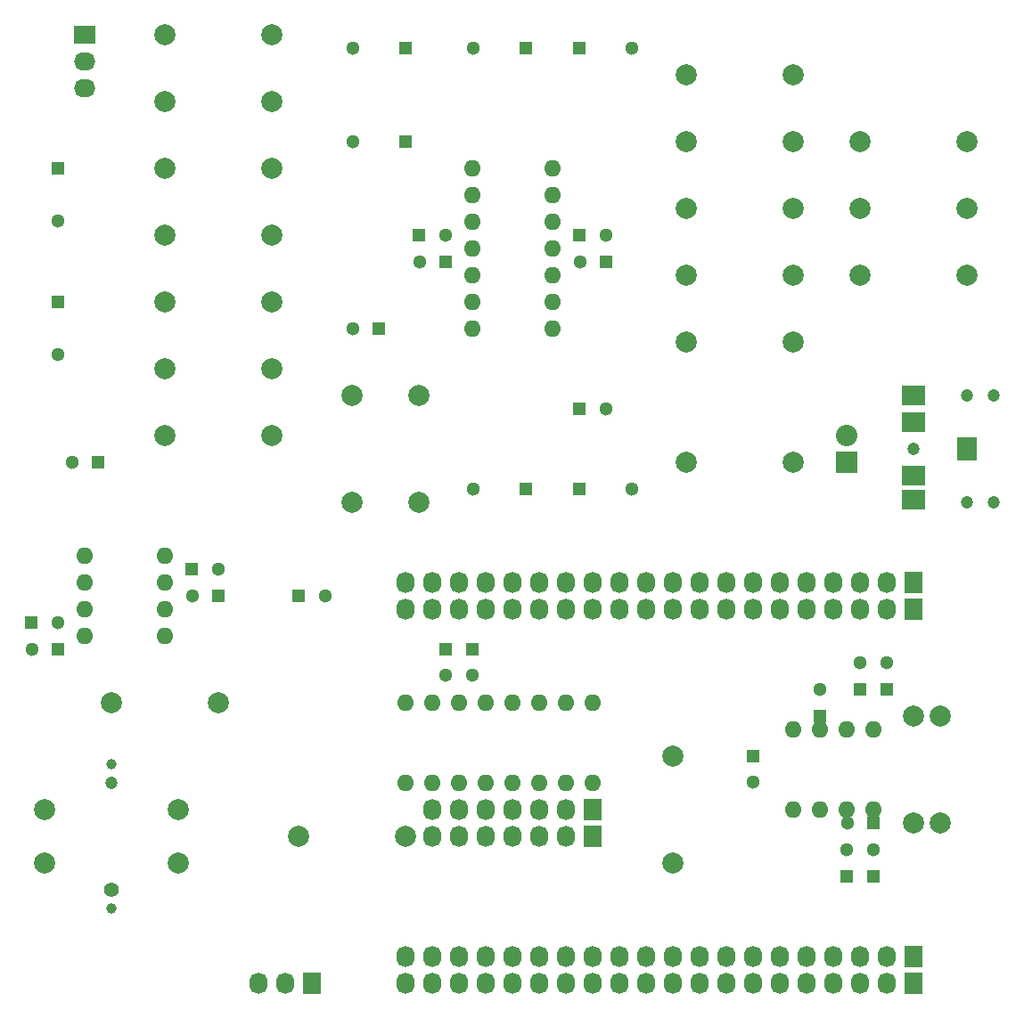
<source format=gts>
G04 #@! TF.FileFunction,Soldermask,Top*
%FSLAX46Y46*%
G04 Gerber Fmt 4.6, Leading zero omitted, Abs format (unit mm)*
G04 Created by KiCad (PCBNEW 4.0.2-stable) date 2016 September 16, Friday 02:04:32*
%MOMM*%
G01*
G04 APERTURE LIST*
%ADD10C,0.100000*%
%ADD11C,1.200000*%
%ADD12C,2.000000*%
%ADD13C,1.000000*%
%ADD14C,1.400000*%
%ADD15R,1.900000X2.300000*%
%ADD16R,2.300000X1.900000*%
%ADD17C,1.998980*%
%ADD18R,1.300000X1.300000*%
%ADD19C,1.300000*%
%ADD20O,1.600000X1.600000*%
%ADD21R,1.727200X2.032000*%
%ADD22O,1.727200X2.032000*%
%ADD23R,2.032000X1.727200*%
%ADD24O,2.032000X1.727200*%
%ADD25R,2.032000X2.032000*%
%ADD26O,2.032000X2.032000*%
G04 APERTURE END LIST*
D10*
D11*
X12700000Y-74930000D03*
D12*
X19050000Y-82550000D03*
X6350000Y-82550000D03*
X19050000Y-77470000D03*
X6350000Y-77470000D03*
D13*
X12700000Y-73152000D03*
X12700000Y-86868000D03*
D14*
X12700000Y-85090000D03*
D11*
X93980000Y-48260000D03*
X96520000Y-48260000D03*
X96520000Y-38100000D03*
X88900000Y-43180000D03*
X93980000Y-38100000D03*
D15*
X93980000Y-43180000D03*
D16*
X88900000Y-40640000D03*
X88900000Y-38100000D03*
X88900000Y-45720000D03*
X88900000Y-48059340D03*
D17*
X12700000Y-67310000D03*
X22860000Y-67310000D03*
X77470000Y-44450000D03*
X67310000Y-44450000D03*
D18*
X85090000Y-83820000D03*
D19*
X85090000Y-81320000D03*
D18*
X86360000Y-66040000D03*
D19*
X86360000Y-63540000D03*
D18*
X83820000Y-66040000D03*
D19*
X83820000Y-63540000D03*
D18*
X82550000Y-83820000D03*
D19*
X82550000Y-81320000D03*
D18*
X73660000Y-72390000D03*
D19*
X73660000Y-74890000D03*
D18*
X80010000Y-68580000D03*
D19*
X80010000Y-66080000D03*
D18*
X85090000Y-78740000D03*
D19*
X82590000Y-78740000D03*
D17*
X88900000Y-68580000D03*
X88900000Y-78740000D03*
X91440000Y-78740000D03*
X91440000Y-68580000D03*
D18*
X44450000Y-62230000D03*
D19*
X44450000Y-64730000D03*
D18*
X46990000Y-62230000D03*
D19*
X46990000Y-64730000D03*
D17*
X30480000Y-80010000D03*
X40640000Y-80010000D03*
D18*
X30480000Y-57150000D03*
D19*
X32980000Y-57150000D03*
D17*
X83820000Y-13970000D03*
X93980000Y-13970000D03*
X77470000Y-7620000D03*
X67310000Y-7620000D03*
D18*
X57150000Y-5080000D03*
D19*
X62150000Y-5080000D03*
D18*
X52070000Y-5080000D03*
D19*
X47070000Y-5080000D03*
D17*
X83820000Y-20320000D03*
X93980000Y-20320000D03*
X93980000Y-26670000D03*
X83820000Y-26670000D03*
D18*
X57150000Y-39370000D03*
D19*
X59650000Y-39370000D03*
D17*
X67310000Y-13970000D03*
X77470000Y-13970000D03*
D18*
X52070000Y-46990000D03*
D19*
X47070000Y-46990000D03*
D18*
X57150000Y-46990000D03*
D19*
X62150000Y-46990000D03*
D17*
X67310000Y-26670000D03*
X77470000Y-26670000D03*
X77470000Y-33020000D03*
X67310000Y-33020000D03*
D18*
X38100000Y-31750000D03*
D19*
X35600000Y-31750000D03*
D17*
X35560000Y-38100000D03*
X35560000Y-48260000D03*
X67310000Y-20320000D03*
X77470000Y-20320000D03*
X41910000Y-48260000D03*
X41910000Y-38100000D03*
X17780000Y-29210000D03*
X27940000Y-29210000D03*
D18*
X11430000Y-44450000D03*
D19*
X8930000Y-44450000D03*
D18*
X44450000Y-25400000D03*
D19*
X41950000Y-25400000D03*
D18*
X41910000Y-22860000D03*
D19*
X44410000Y-22860000D03*
D18*
X59690000Y-25400000D03*
D19*
X57190000Y-25400000D03*
D18*
X57150000Y-22860000D03*
D19*
X59650000Y-22860000D03*
D17*
X17780000Y-35560000D03*
X27940000Y-35560000D03*
X27940000Y-41910000D03*
X17780000Y-41910000D03*
D18*
X20320000Y-54610000D03*
D19*
X22820000Y-54610000D03*
D18*
X22860000Y-57150000D03*
D19*
X20360000Y-57150000D03*
D18*
X7620000Y-62230000D03*
D19*
X5120000Y-62230000D03*
D18*
X5080000Y-59690000D03*
D19*
X7580000Y-59690000D03*
D20*
X10160000Y-53340000D03*
X10160000Y-55880000D03*
X10160000Y-58420000D03*
X10160000Y-60960000D03*
X17780000Y-60960000D03*
X17780000Y-58420000D03*
X17780000Y-55880000D03*
X17780000Y-53340000D03*
D17*
X17780000Y-16510000D03*
X27940000Y-16510000D03*
X17780000Y-22860000D03*
X27940000Y-22860000D03*
D18*
X7620000Y-16510000D03*
D19*
X7620000Y-21510000D03*
D18*
X7620000Y-29210000D03*
D19*
X7620000Y-34210000D03*
D18*
X40640000Y-5080000D03*
D19*
X35640000Y-5080000D03*
D18*
X40640000Y-13970000D03*
D19*
X35640000Y-13970000D03*
D20*
X46990000Y-16510000D03*
X46990000Y-19050000D03*
X46990000Y-21590000D03*
X46990000Y-24130000D03*
X46990000Y-26670000D03*
X46990000Y-29210000D03*
X46990000Y-31750000D03*
X54610000Y-31750000D03*
X54610000Y-29210000D03*
X54610000Y-26670000D03*
X54610000Y-24130000D03*
X54610000Y-21590000D03*
X54610000Y-19050000D03*
X54610000Y-16510000D03*
X77470000Y-77470000D03*
X80010000Y-77470000D03*
X82550000Y-77470000D03*
X85090000Y-77470000D03*
X85090000Y-69850000D03*
X82550000Y-69850000D03*
X80010000Y-69850000D03*
X77470000Y-69850000D03*
D21*
X31750000Y-93980000D03*
D22*
X29210000Y-93980000D03*
X26670000Y-93980000D03*
D21*
X88900000Y-55880000D03*
D22*
X86360000Y-55880000D03*
X83820000Y-55880000D03*
X81280000Y-55880000D03*
X78740000Y-55880000D03*
X76200000Y-55880000D03*
X73660000Y-55880000D03*
X71120000Y-55880000D03*
X68580000Y-55880000D03*
X66040000Y-55880000D03*
X63500000Y-55880000D03*
X60960000Y-55880000D03*
X58420000Y-55880000D03*
X55880000Y-55880000D03*
X53340000Y-55880000D03*
X50800000Y-55880000D03*
X48260000Y-55880000D03*
X45720000Y-55880000D03*
X43180000Y-55880000D03*
X40640000Y-55880000D03*
D21*
X88900000Y-58420000D03*
D22*
X86360000Y-58420000D03*
X83820000Y-58420000D03*
X81280000Y-58420000D03*
X78740000Y-58420000D03*
X76200000Y-58420000D03*
X73660000Y-58420000D03*
X71120000Y-58420000D03*
X68580000Y-58420000D03*
X66040000Y-58420000D03*
X63500000Y-58420000D03*
X60960000Y-58420000D03*
X58420000Y-58420000D03*
X55880000Y-58420000D03*
X53340000Y-58420000D03*
X50800000Y-58420000D03*
X48260000Y-58420000D03*
X45720000Y-58420000D03*
X43180000Y-58420000D03*
X40640000Y-58420000D03*
D20*
X40640000Y-74930000D03*
X43180000Y-74930000D03*
X45720000Y-74930000D03*
X48260000Y-74930000D03*
X50800000Y-74930000D03*
X53340000Y-74930000D03*
X55880000Y-74930000D03*
X58420000Y-74930000D03*
X58420000Y-67310000D03*
X55880000Y-67310000D03*
X53340000Y-67310000D03*
X50800000Y-67310000D03*
X48260000Y-67310000D03*
X45720000Y-67310000D03*
X43180000Y-67310000D03*
X40640000Y-67310000D03*
D21*
X58420000Y-77470000D03*
D22*
X55880000Y-77470000D03*
X53340000Y-77470000D03*
X50800000Y-77470000D03*
X48260000Y-77470000D03*
X45720000Y-77470000D03*
X43180000Y-77470000D03*
D21*
X58420000Y-80010000D03*
D22*
X55880000Y-80010000D03*
X53340000Y-80010000D03*
X50800000Y-80010000D03*
X48260000Y-80010000D03*
X45720000Y-80010000D03*
X43180000Y-80010000D03*
D21*
X88900000Y-91440000D03*
D22*
X86360000Y-91440000D03*
X83820000Y-91440000D03*
X81280000Y-91440000D03*
X78740000Y-91440000D03*
X76200000Y-91440000D03*
X73660000Y-91440000D03*
X71120000Y-91440000D03*
X68580000Y-91440000D03*
X66040000Y-91440000D03*
X63500000Y-91440000D03*
X60960000Y-91440000D03*
X58420000Y-91440000D03*
X55880000Y-91440000D03*
X53340000Y-91440000D03*
X50800000Y-91440000D03*
X48260000Y-91440000D03*
X45720000Y-91440000D03*
X43180000Y-91440000D03*
X40640000Y-91440000D03*
D21*
X88900000Y-93980000D03*
D22*
X86360000Y-93980000D03*
X83820000Y-93980000D03*
X81280000Y-93980000D03*
X78740000Y-93980000D03*
X76200000Y-93980000D03*
X73660000Y-93980000D03*
X71120000Y-93980000D03*
X68580000Y-93980000D03*
X66040000Y-93980000D03*
X63500000Y-93980000D03*
X60960000Y-93980000D03*
X58420000Y-93980000D03*
X55880000Y-93980000D03*
X53340000Y-93980000D03*
X50800000Y-93980000D03*
X48260000Y-93980000D03*
X45720000Y-93980000D03*
X43180000Y-93980000D03*
X40640000Y-93980000D03*
D23*
X10160000Y-3810000D03*
D24*
X10160000Y-6350000D03*
X10160000Y-8890000D03*
D17*
X17780000Y-10160000D03*
X27940000Y-10160000D03*
X27940000Y-3810000D03*
X17780000Y-3810000D03*
D25*
X82550000Y-44450000D03*
D26*
X82550000Y-41910000D03*
D17*
X66040000Y-72390000D03*
X66040000Y-82550000D03*
M02*

</source>
